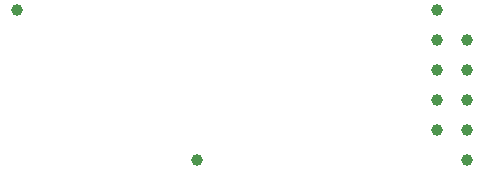
<source format=gbr>
%TF.GenerationSoftware,KiCad,Pcbnew,7.0.1*%
%TF.CreationDate,2024-02-11T20:07:15+03:00*%
%TF.ProjectId,jdy40_remote_button,6a647934-305f-4726-956d-6f74655f6275,rev?*%
%TF.SameCoordinates,Original*%
%TF.FileFunction,Plated,1,2,PTH,Drill*%
%TF.FilePolarity,Positive*%
%FSLAX46Y46*%
G04 Gerber Fmt 4.6, Leading zero omitted, Abs format (unit mm)*
G04 Created by KiCad (PCBNEW 7.0.1) date 2024-02-11 20:07:15*
%MOMM*%
%LPD*%
G01*
G04 APERTURE LIST*
%TA.AperFunction,ComponentDrill*%
%ADD10C,1.000000*%
%TD*%
G04 APERTURE END LIST*
D10*
%TO.C,J2*%
X72660000Y-58420000D03*
%TO.C,J1*%
X87900000Y-71120000D03*
%TO.C,J3*%
X108220000Y-58425000D03*
X108220000Y-60965000D03*
X108220000Y-63505000D03*
X108220000Y-66045000D03*
X108220000Y-68585000D03*
%TO.C,J4*%
X110760000Y-60960000D03*
X110760000Y-63500000D03*
X110760000Y-66040000D03*
X110760000Y-68580000D03*
X110760000Y-71120000D03*
M02*

</source>
